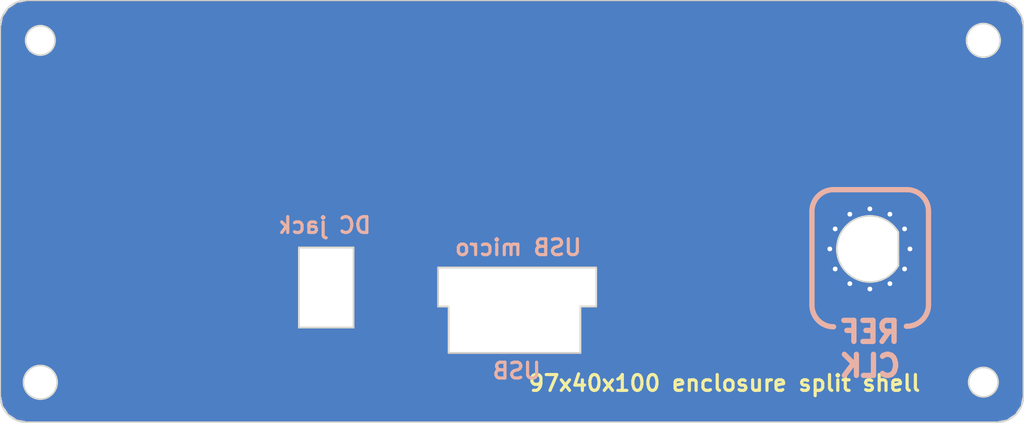
<source format=kicad_pcb>
(kicad_pcb (version 4) (host pcbnew no-bzr-kicad_new3d-viewer)
  (layers (0 F.Cu signal hide) (31 B.Cu signal hide) (34 B.Paste user) (35 F.Paste user) (36 B.SilkS user) (37 F.SilkS user) (38 B.Mask user) (39 F.Mask user) (44 Edge.Cuts user hide))
  (net 0 "")
  (net 1 GND)
  (module Ohisja:SMA_test1 (layer B.Cu) (at 163.85 82.3 180)
    (fp_text reference REF**)
    (fp_text value 2)
    (fp_arc (start 0 0) (end -2.7 1.6) (angle -299.106049) (layer Edge.Cuts) (width 0.15))
    (fp_line (start -2.7 1.6) (end -2.71 -1.58) (layer Edge.Cuts) (width 0.15))
    (pad 1 thru_hole circle (at 0 3.8 180) (size 0.8 0.8) (drill 0.45) (layers *.Cu) (net 1 GND))
    (pad 1 thru_hole circle (at -1.9 3.290897 150) (size 0.8 0.8) (drill 0.45) (layers *.Cu) (net 1 GND))
    (pad 1 thru_hole circle (at -3.290897 1.9 120) (size 0.8 0.8) (drill 0.45) (layers *.Cu) (net 1 GND))
    (pad 1 thru_hole circle (at -3.8 0 90) (size 0.8 0.8) (drill 0.45) (layers *.Cu) (net 1 GND))
    (pad 1 thru_hole circle (at -3.290897 -1.9 60) (size 0.8 0.8) (drill 0.45) (layers *.Cu) (net 1 GND))
    (pad 1 thru_hole circle (at -1.9 -3.290897 30) (size 0.8 0.8) (drill 0.45) (layers *.Cu) (net 1 GND))
    (pad 1 thru_hole circle (at 0 -3.8) (size 0.8 0.8) (drill 0.45) (layers *.Cu) (net 1 GND))
    (pad 1 thru_hole circle (at 1.9 -3.290897 330) (size 0.8 0.8) (drill 0.45) (layers *.Cu) (net 1 GND))
    (pad 1 thru_hole circle (at 3.290897 -1.9 300) (size 0.8 0.8) (drill 0.45) (layers *.Cu) (net 1 GND))
    (pad 1 thru_hole circle (at 3.8 0 270) (size 0.8 0.8) (drill 0.45) (layers *.Cu) (net 1 GND))
    (pad 1 thru_hole circle (at 3.290897 1.9 240) (size 0.8 0.8) (drill 0.45) (layers *.Cu) (net 1 GND))
    (pad 1 thru_hole circle (at 1.9 3.290897 210) (size 0.8 0.8) (drill 0.45) (layers *.Cu) (net 1 GND))
  )
  (gr_line (start 136.4119 87.76034) (end 137.9119 87.76034) (layer B.SilkS) (width 0.15))
  (gr_line (start 122.9119 87.76034) (end 123.9119 87.76034) (layer B.SilkS) (width 0.15))
  (gr_circle (center 85.208348 62.529764) (end 85.208348 61.129764) (layer Edge.Cuts) (width 0.15))
  (gr_arc (start 83.908348 61.229764) (end 83.908348 58.729764) (angle -90) (layer Edge.Cuts) (width 0.15))
  (gr_line (start 175.908348 58.729764) (end 83.908348 58.729764) (layer Edge.Cuts) (width 0.15))
  (gr_arc (start 175.908348 61.229764) (end 178.408348 61.229764) (angle -90) (layer Edge.Cuts) (width 0.15))
  (gr_arc (start 83.908348 96.229764) (end 81.408348 96.229764) (angle -90) (layer Edge.Cuts) (width 0.15))
  (gr_line (start 81.408348 61.229764) (end 81.408348 96.229764) (layer Edge.Cuts) (width 0.15))
  (gr_line (start 175.908348 98.729764) (end 83.908348 98.729764) (layer Edge.Cuts) (width 0.15))
  (gr_line (start 114.9119 82.16034) (end 114.9119 89.76034) (layer Edge.Cuts) (width 0.15))
  (gr_line (start 109.7119 82.16034) (end 114.9119 82.16034) (layer Edge.Cuts) (width 0.15))
  (gr_line (start 109.7119 89.76034) (end 109.7119 82.16034) (layer Edge.Cuts) (width 0.15))
  (gr_line (start 114.9119 89.76034) (end 109.7119 89.76034) (layer Edge.Cuts) (width 0.15))
  (gr_line (start 136.4119 87.76034) (end 136.4119 92.16034) (layer Edge.Cuts) (width 0.15))
  (gr_line (start 137.9119 87.76034) (end 136.4119 87.76034) (layer Edge.Cuts) (width 0.15))
  (gr_line (start 137.9119 84.06034) (end 137.9119 87.76034) (layer Edge.Cuts) (width 0.15))
  (gr_line (start 122.9119 84.06034) (end 137.9119 84.06034) (layer Edge.Cuts) (width 0.15))
  (gr_line (start 122.9119 87.76034) (end 122.9119 84.06034) (layer Edge.Cuts) (width 0.15))
  (gr_line (start 123.9119 87.76034) (end 122.9119 87.76034) (layer Edge.Cuts) (width 0.15))
  (gr_line (start 123.9119 92.16034) (end 123.9119 87.76034) (layer Edge.Cuts) (width 0.15))
  (gr_line (start 136.4119 92.16034) (end 123.9119 92.16034) (layer Edge.Cuts) (width 0.15))
  (gr_text USB (at 130.3619 93.86034) (layer B.SilkS) (effects (font (size 1.5 1.5) (thickness 0.3)) (justify mirror)))
  (gr_line (start 123.9119 92.16034) (end 123.9119 87.76034) (layer B.SilkS) (width 0.15))
  (gr_line (start 136.4119 92.16034) (end 136.4119 87.76034) (layer B.SilkS) (width 0.15))
  (gr_line (start 123.9119 92.16034) (end 136.4119 92.16034) (layer B.SilkS) (width 0.15))
  (gr_text "DC jack" (at 112.1619 80.06034) (layer B.SilkS) (effects (font (size 1.5 1.5) (thickness 0.3)) (justify mirror)))
  (gr_line (start 109.7119 89.76034) (end 114.9119 89.76034) (layer B.SilkS) (width 0.15))
  (gr_line (start 109.7119 82.16034) (end 109.7119 89.76034) (layer B.SilkS) (width 0.15))
  (gr_line (start 114.9119 82.16034) (end 109.7119 82.16034) (layer B.SilkS) (width 0.15))
  (gr_line (start 114.9119 89.76034) (end 114.9119 82.16034) (layer B.SilkS) (width 0.15))
  (gr_text "USB micro" (at 130.5119 82.16034) (layer B.SilkS) (effects (font (size 1.5 1.5) (thickness 0.3)) (justify mirror)))
  (gr_line (start 122.9119 84.06034) (end 122.9119 87.76034) (layer B.SilkS) (width 0.15))
  (gr_line (start 137.9119 84.06034) (end 122.9119 84.06034) (layer B.SilkS) (width 0.15))
  (gr_line (start 137.9119 87.76034) (end 137.9119 84.06034) (layer B.SilkS) (width 0.15))
  (gr_arc (start 167.358348 78.729764) (end 169.408348 78.779764) (angle -91.39718103) (layer B.SilkS) (width 0.5))
  (gr_line (start 167.358348 76.679764) (end 160.458348 76.679764) (layer B.SilkS) (width 0.5))
  (gr_arc (start 160.408348 78.729764) (end 160.458348 76.679764) (angle -91.39718103) (layer B.SilkS) (width 0.5))
  (gr_text "97x40x100 enclosure split shell" (at 150.058348 95.029764) (layer F.SilkS) (effects (font (size 1.5 1.5) (thickness 0.3))))
  (gr_arc (start 160.408348 87.629154) (end 158.358348 87.579154) (angle -91.39718103) (layer B.SilkS) (width 0.5))
  (gr_line (start 158.358348 87.579764) (end 158.358348 78.729764) (layer B.SilkS) (width 0.5))
  (gr_line (start 169.408348 87.529764) (end 169.408348 78.779764) (layer B.SilkS) (width 0.5))
  (gr_arc (start 167.358348 87.579154) (end 167.308348 89.629154) (angle -91.39718103) (layer B.SilkS) (width 0.5))
  (gr_text "REF\nCLK" (at 163.858348 91.779764) (layer B.SilkS) (effects (font (size 2 2) (thickness 0.5)) (justify mirror)))
  (gr_circle (center 174.608348 94.929764) (end 174.608348 96.329764) (layer Edge.Cuts) (width 0.15))
  (gr_arc (start 175.908348 96.229764) (end 175.908348 98.729764) (angle -90) (layer Edge.Cuts) (width 0.15))
  (gr_circle (center 174.608348 62.529764) (end 176.208348 62.529764) (layer Edge.Cuts) (width 0.15))
  (gr_line (start 178.408348 96.229764) (end 178.408348 61.229764) (layer Edge.Cuts) (width 0.15))
  (gr_circle (center 85.206034 94.94489) (end 83.606034 94.94489) (layer Edge.Cuts) (width 0.15))
  (zone (net 0) (net_name "") (layer B.Cu) (connect_pads (clearance 0)) (min_thickness 0.254)
    (keepout (tracks allowed) (vias allowed) (copperpour not_allowed))
    (fill (arc_segments 16) (thermal_gap 0.508) (thermal_bridge_width 0.508))
    (polygon (pts (xy 176.058348 62.479764) (xy 175.958348 63.029764) (xy 175.658348 63.479764) (xy 175.258348 63.829764) (xy 174.608348 63.979764) (xy 173.958348 63.829764) (xy 173.558348 63.579764) (xy 173.258348 63.029764) (xy 173.158348 62.479764) (xy 173.308348 61.929764) (xy 173.558348 61.479764) (xy 174.108348 61.179764) (xy 174.608348 61.079764) (xy 175.158348 61.179764) (xy 175.608348 61.479764) (xy 175.958348 61.929764)))
  )
  (zone (net 0) (net_name "") (layer B.Cu) (connect_pads (clearance 0)) (min_thickness 0.254)
    (keepout (tracks allowed) (vias allowed) (copperpour not_allowed))
    (fill (arc_segments 16) (thermal_gap 0.508) (thermal_bridge_width 0.508))
    (polygon (pts (xy 176.058348 94.879764) (xy 175.958348 95.429764) (xy 175.658348 95.879764) (xy 175.258348 96.229764) (xy 174.608348 96.379764) (xy 173.958348 96.229764) (xy 173.558348 95.979764) (xy 173.258348 95.429764) (xy 173.158348 94.879764) (xy 173.308348 94.329764) (xy 173.558348 93.879764) (xy 174.108348 93.579764) (xy 174.608348 93.479764) (xy 175.158348 93.579764) (xy 175.608348 93.879764) (xy 175.958348 94.329764)))
  )
  (zone (net 0) (net_name "") (layer B.Cu) (connect_pads (clearance 0)) (min_thickness 0.254)
    (keepout (tracks allowed) (vias allowed) (copperpour not_allowed))
    (fill (arc_segments 16) (thermal_gap 0.508) (thermal_bridge_width 0.508))
    (polygon (pts (xy 86.658348 94.879764) (xy 86.558348 95.429764) (xy 86.258348 95.879764) (xy 85.858348 96.229764) (xy 85.208348 96.379764) (xy 84.558348 96.229764) (xy 84.158348 95.979764) (xy 83.858348 95.429764) (xy 83.758348 94.879764) (xy 83.908348 94.329764) (xy 84.158348 93.879764) (xy 84.708348 93.579764) (xy 85.208348 93.479764) (xy 85.758348 93.579764) (xy 86.208348 93.879764) (xy 86.558348 94.329764)))
  )
  (zone (net 0) (net_name "") (layer B.Cu) (connect_pads (clearance 0)) (min_thickness 0.254)
    (keepout (tracks allowed) (vias allowed) (copperpour not_allowed))
    (fill (arc_segments 16) (thermal_gap 0.508) (thermal_bridge_width 0.508))
    (polygon (pts (xy 86.658348 62.479764) (xy 86.558348 63.029764) (xy 86.258348 63.479764) (xy 85.858348 63.829764) (xy 85.208348 63.979764) (xy 84.558348 63.829764) (xy 84.158348 63.579764) (xy 83.858348 63.029764) (xy 83.758348 62.479764) (xy 83.908348 61.929764) (xy 84.158348 61.479764) (xy 84.708348 61.179764) (xy 85.208348 61.079764) (xy 85.758348 61.179764) (xy 86.208348 61.479764) (xy 86.558348 61.929764)))
  )
  (zone (net 0) (net_name "") (layer F.Cu) (connect_pads (clearance 0)) (min_thickness 0.254)
    (keepout (tracks allowed) (vias allowed) (copperpour not_allowed))
    (fill (arc_segments 16) (thermal_gap 0.508) (thermal_bridge_width 0.508))
    (polygon (pts (xy 176.058348 62.479764) (xy 175.958348 63.029764) (xy 175.658348 63.479764) (xy 175.258348 63.829764) (xy 174.608348 63.979764) (xy 173.958348 63.829764) (xy 173.558348 63.579764) (xy 173.258348 63.029764) (xy 173.158348 62.479764) (xy 173.308348 61.929764) (xy 173.558348 61.479764) (xy 174.108348 61.179764) (xy 174.608348 61.079764) (xy 175.158348 61.179764) (xy 175.608348 61.479764) (xy 175.958348 61.929764)))
  )
  (zone (net 0) (net_name "") (layer F.Cu) (connect_pads (clearance 0)) (min_thickness 0.254)
    (keepout (tracks allowed) (vias allowed) (copperpour not_allowed))
    (fill (arc_segments 16) (thermal_gap 0.508) (thermal_bridge_width 0.508))
    (polygon (pts (xy 176.058348 94.879764) (xy 175.958348 95.429764) (xy 175.658348 95.879764) (xy 175.258348 96.229764) (xy 174.608348 96.379764) (xy 173.958348 96.229764) (xy 173.558348 95.979764) (xy 173.258348 95.429764) (xy 173.158348 94.879764) (xy 173.308348 94.329764) (xy 173.558348 93.879764) (xy 174.108348 93.579764) (xy 174.608348 93.479764) (xy 175.158348 93.579764) (xy 175.608348 93.879764) (xy 175.958348 94.329764)))
  )
  (zone (net 0) (net_name "") (layer F.Cu) (connect_pads (clearance 0)) (min_thickness 0.254)
    (keepout (tracks allowed) (vias allowed) (copperpour not_allowed))
    (fill (arc_segments 16) (thermal_gap 0.508) (thermal_bridge_width 0.508))
    (polygon (pts (xy 86.658348 94.879764) (xy 86.558348 95.429764) (xy 86.258348 95.879764) (xy 85.858348 96.229764) (xy 85.208348 96.379764) (xy 84.558348 96.229764) (xy 84.158348 95.979764) (xy 83.858348 95.429764) (xy 83.758348 94.879764) (xy 83.908348 94.329764) (xy 84.158348 93.879764) (xy 84.708348 93.579764) (xy 85.208348 93.479764) (xy 85.758348 93.579764) (xy 86.208348 93.879764) (xy 86.558348 94.329764)))
  )
  (zone (net 0) (net_name "") (layer F.Cu) (connect_pads (clearance 0)) (min_thickness 0.254)
    (keepout (tracks allowed) (vias allowed) (copperpour not_allowed))
    (fill (arc_segments 16) (thermal_gap 0.508) (thermal_bridge_width 0.508))
    (polygon (pts (xy 86.658348 62.479764) (xy 86.558348 63.029764) (xy 86.258348 63.479764) (xy 85.858348 63.829764) (xy 85.208348 63.979764) (xy 84.558348 63.829764) (xy 84.158348 63.579764) (xy 83.858348 63.029764) (xy 83.758348 62.479764) (xy 83.908348 61.929764) (xy 84.158348 61.479764) (xy 84.708348 61.179764) (xy 85.208348 61.079764) (xy 85.758348 61.179764) (xy 86.208348 61.479764) (xy 86.558348 61.929764)))
  )
  (zone (net 0) (net_name "") (layer B.Cu) (connect_pads (clearance 0)) (min_thickness 0.254)
    (keepout (tracks allowed) (vias allowed) (copperpour not_allowed))
    (fill (arc_segments 16) (thermal_gap 0.508) (thermal_bridge_width 0.508))
    (polygon (pts (xy 137.9119 84.06034) (xy 137.9119 87.76034) (xy 136.4119 87.76034) (xy 136.4119 92.16034) (xy 123.9119 92.16034) (xy 123.9119 87.76034) (xy 122.9119 87.76034) (xy 122.9119 84.06034)))
  )
  (zone (net 0) (net_name "") (layer F.Cu) (connect_pads (clearance 0)) (min_thickness 0.254)
    (keepout (tracks allowed) (vias allowed) (copperpour not_allowed))
    (fill (arc_segments 16) (thermal_gap 0.508) (thermal_bridge_width 0.508))
    (polygon (pts (xy 137.9119 84.06034) (xy 137.9119 87.76034) (xy 136.4119 87.76034) (xy 136.4119 92.16034) (xy 123.9119 92.16034) (xy 123.9119 87.76034) (xy 122.9119 87.76034) (xy 122.9119 84.06034)))
  )
  (zone (net 0) (net_name "") (layer B.Cu) (connect_pads (clearance 0)) (min_thickness 0.254)
    (keepout (tracks allowed) (vias allowed) (copperpour not_allowed))
    (fill (arc_segments 16) (thermal_gap 0.508) (thermal_bridge_width 0.508))
    (polygon (pts (xy 114.9119 82.16034) (xy 114.9119 89.71034) (xy 109.7119 89.71034) (xy 109.7119 82.16034)))
  )
  (zone (net 0) (net_name "") (layer F.Cu) (connect_pads (clearance 0)) (min_thickness 0.254)
    (keepout (tracks allowed) (vias allowed) (copperpour not_allowed))
    (fill (arc_segments 16) (thermal_gap 0.508) (thermal_bridge_width 0.508))
    (polygon (pts (xy 114.930807 82.16034) (xy 114.930807 89.71034) (xy 109.730807 89.71034) (xy 109.730807 82.16034)))
  )
  (zone (net 1) (net_name GND) (layer B.Cu) (connect_pads yes (clearance 0)) (min_thickness 0.1) (fill yes (mode segment) (arc_segments 16) (thermal_gap 0.508) (thermal_bridge_width 0.508))
    (polygon (pts (xy 177.85 59.25) (xy 175.7 58.5) (xy 128.428017 58.497445) (xy 83.85 58.5) (xy 81.75 59.05) (xy 81.2 61.4) (xy 81.15 96.2) (xy 81.85 98.3) (xy 84.25 99) (xy 175.9 99) (xy 178.1 98.35) (xy 178.65 95.95) (xy 178.65 61.15)))
  )
  (zone (net 0) (net_name "") (layer B.Cu) (connect_pads (clearance 0)) (min_thickness 0.254)
    (keepout (tracks allowed) (vias allowed) (copperpour not_allowed))
    (fill (arc_segments 16) (thermal_gap 0.508) (thermal_bridge_width 0.508))
    (polygon (pts (xy 166.556034 80.74489) (xy 166.556034 83.89489) (xy 166.106034 84.49489) (xy 165.506034 84.99489) (xy 164.656034 85.34489) (xy 163.606034 85.44489) (xy 162.656034 85.24489) (xy 161.806034 84.69489) (xy 161.256034 84.09489) (xy 160.856034 83.29489) (xy 160.706034 82.39489) (xy 160.806034 81.39489) (xy 161.306034 80.44489) (xy 162.156034 79.64489) (xy 163.306034 79.19489) (xy 164.506034 79.19489) (xy 165.456034 79.54489) (xy 166.156034 80.19489)))
  )
  (zone (net 0) (net_name "") (layer F.Cu) (connect_pads (clearance 0)) (min_thickness 0.254)
    (keepout (tracks allowed) (vias allowed) (copperpour not_allowed))
    (fill (arc_segments 16) (thermal_gap 0.508) (thermal_bridge_width 0.508))
    (polygon (pts (xy 166.556034 80.74489) (xy 166.556034 83.89489) (xy 166.106034 84.49489) (xy 165.506034 84.99489) (xy 164.656034 85.34489) (xy 163.606034 85.44489) (xy 162.656034 85.24489) (xy 161.806034 84.69489) (xy 161.256034 84.09489) (xy 160.856034 83.29489) (xy 160.706034 82.39489) (xy 160.806034 81.39489) (xy 161.306034 80.44489) (xy 162.156034 79.64489) (xy 163.306034 79.19489) (xy 164.506034 79.19489) (xy 165.456034 79.54489) (xy 166.156034 80.19489)))
  )
  (zone (net 0) (net_name "") (layer B.Cu) (connect_pads (clearance 0)) (min_thickness 0.254)
    (keepout (tracks allowed) (vias allowed) (copperpour not_allowed))
    (fill (arc_segments 16) (thermal_gap 0.508) (thermal_bridge_width 0.508))
    (polygon (pts (xy 176.056034 62.49489) (xy 175.956034 63.04489) (xy 175.656034 63.49489) (xy 175.256034 63.84489) (xy 174.606034 63.99489) (xy 173.956034 63.84489) (xy 173.556034 63.59489) (xy 173.256034 63.04489) (xy 173.156034 62.49489) (xy 173.306034 61.94489) (xy 173.556034 61.49489) (xy 174.106034 61.19489) (xy 174.606034 61.09489) (xy 175.156034 61.19489) (xy 175.606034 61.49489) (xy 175.956034 61.94489)))
  )
  (zone (net 0) (net_name "") (layer B.Cu) (connect_pads (clearance 0)) (min_thickness 0.254)
    (keepout (tracks allowed) (vias allowed) (copperpour not_allowed))
    (fill (arc_segments 16) (thermal_gap 0.508) (thermal_bridge_width 0.508))
    (polygon (pts (xy 176.056034 94.89489) (xy 175.956034 95.44489) (xy 175.656034 95.89489) (xy 175.256034 96.24489) (xy 174.606034 96.39489) (xy 173.956034 96.24489) (xy 173.556034 95.99489) (xy 173.256034 95.44489) (xy 173.156034 94.89489) (xy 173.306034 94.34489) (xy 173.556034 93.89489) (xy 174.106034 93.59489) (xy 174.606034 93.49489) (xy 175.156034 93.59489) (xy 175.606034 93.89489) (xy 175.956034 94.34489)))
  )
  (zone (net 0) (net_name "") (layer B.Cu) (connect_pads (clearance 0)) (min_thickness 0.254)
    (keepout (tracks allowed) (vias allowed) (copperpour not_allowed))
    (fill (arc_segments 16) (thermal_gap 0.508) (thermal_bridge_width 0.508))
    (polygon (pts (xy 86.656034 94.89489) (xy 86.556034 95.44489) (xy 86.256034 95.89489) (xy 85.856034 96.24489) (xy 85.206034 96.39489) (xy 84.556034 96.24489) (xy 84.156034 95.99489) (xy 83.856034 95.44489) (xy 83.756034 94.89489) (xy 83.906034 94.34489) (xy 84.156034 93.89489) (xy 84.706034 93.59489) (xy 85.206034 93.49489) (xy 85.756034 93.59489) (xy 86.206034 93.89489) (xy 86.556034 94.34489)))
  )
  (zone (net 0) (net_name "") (layer B.Cu) (connect_pads (clearance 0)) (min_thickness 0.254)
    (keepout (tracks allowed) (vias allowed) (copperpour not_allowed))
    (fill (arc_segments 16) (thermal_gap 0.508) (thermal_bridge_width 0.508))
    (polygon (pts (xy 86.656034 62.49489) (xy 86.556034 63.04489) (xy 86.256034 63.49489) (xy 85.856034 63.84489) (xy 85.206034 63.99489) (xy 84.556034 63.84489) (xy 84.156034 63.59489) (xy 83.856034 63.04489) (xy 83.756034 62.49489) (xy 83.906034 61.94489) (xy 84.156034 61.49489) (xy 84.706034 61.19489) (xy 85.206034 61.09489) (xy 85.756034 61.19489) (xy 86.206034 61.49489) (xy 86.556034 61.94489)))
  )
  (zone (net 0) (net_name "") (layer F.Cu) (connect_pads (clearance 0)) (min_thickness 0.254)
    (keepout (tracks allowed) (vias allowed) (copperpour not_allowed))
    (fill (arc_segments 16) (thermal_gap 0.508) (thermal_bridge_width 0.508))
    (polygon (pts (xy 176.056034 62.49489) (xy 175.956034 63.04489) (xy 175.656034 63.49489) (xy 175.256034 63.84489) (xy 174.606034 63.99489) (xy 173.956034 63.84489) (xy 173.556034 63.59489) (xy 173.256034 63.04489) (xy 173.156034 62.49489) (xy 173.306034 61.94489) (xy 173.556034 61.49489) (xy 174.106034 61.19489) (xy 174.606034 61.09489) (xy 175.156034 61.19489) (xy 175.606034 61.49489) (xy 175.956034 61.94489)))
  )
  (zone (net 0) (net_name "") (layer F.Cu) (connect_pads (clearance 0)) (min_thickness 0.254)
    (keepout (tracks allowed) (vias allowed) (copperpour not_allowed))
    (fill (arc_segments 16) (thermal_gap 0.508) (thermal_bridge_width 0.508))
    (polygon (pts (xy 176.056034 94.89489) (xy 175.956034 95.44489) (xy 175.656034 95.89489) (xy 175.256034 96.24489) (xy 174.606034 96.39489) (xy 173.956034 96.24489) (xy 173.556034 95.99489) (xy 173.256034 95.44489) (xy 173.156034 94.89489) (xy 173.306034 94.34489) (xy 173.556034 93.89489) (xy 174.106034 93.59489) (xy 174.606034 93.49489) (xy 175.156034 93.59489) (xy 175.606034 93.89489) (xy 175.956034 94.34489)))
  )
  (zone (net 0) (net_name "") (layer F.Cu) (connect_pads (clearance 0)) (min_thickness 0.254)
    (keepout (tracks allowed) (vias allowed) (copperpour not_allowed))
    (fill (arc_segments 16) (thermal_gap 0.508) (thermal_bridge_width 0.508))
    (polygon (pts (xy 86.656034 94.89489) (xy 86.556034 95.44489) (xy 86.256034 95.89489) (xy 85.856034 96.24489) (xy 85.206034 96.39489) (xy 84.556034 96.24489) (xy 84.156034 95.99489) (xy 83.856034 95.44489) (xy 83.756034 94.89489) (xy 83.906034 94.34489) (xy 84.156034 93.89489) (xy 84.706034 93.59489) (xy 85.206034 93.49489) (xy 85.756034 93.59489) (xy 86.206034 93.89489) (xy 86.556034 94.34489)))
  )
  (zone (net 0) (net_name "") (layer F.Cu) (connect_pads (clearance 0)) (min_thickness 0.254)
    (keepout (tracks allowed) (vias allowed) (copperpour not_allowed))
    (fill (arc_segments 16) (thermal_gap 0.508) (thermal_bridge_width 0.508))
    (polygon (pts (xy 86.656034 62.49489) (xy 86.556034 63.04489) (xy 86.256034 63.49489) (xy 85.856034 63.84489) (xy 85.206034 63.99489) (xy 84.556034 63.84489) (xy 84.156034 63.59489) (xy 83.856034 63.04489) (xy 83.756034 62.49489) (xy 83.906034 61.94489) (xy 84.156034 61.49489) (xy 84.706034 61.19489) (xy 85.206034 61.09489) (xy 85.756034 61.19489) (xy 86.206034 61.49489) (xy 86.556034 61.94489)))
  )
  (zone (net 1) (net_name GND) (layer F.Cu) (connect_pads yes (clearance 0)) (min_thickness 0.1) (fill yes (mode segment) (arc_segments 16) (thermal_gap 0.508) (thermal_bridge_width 0.508))
    (polygon (pts (xy 177.85 59.241045) (xy 175.7 58.491045) (xy 128.428017 58.48849) (xy 83.85 58.491045) (xy 81.75 59.041045) (xy 81.2 61.391045) (xy 81.15 96.191045) (xy 81.85 98.291045) (xy 84.25 98.991045) (xy 175.9 98.991045) (xy 178.1 98.341045) (xy 178.65 95.941045) (xy 178.65 61.141045)))
  )
)
</source>
